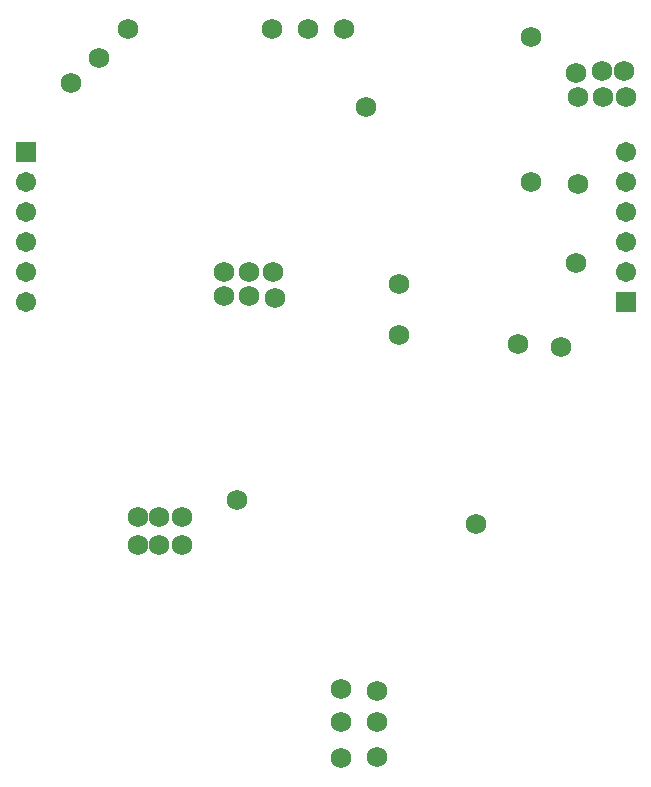
<source format=gbs>
%FSLAX25Y25*%
%MOIN*%
G70*
G01*
G75*
G04 Layer_Color=16711935*
%ADD10C,0.02000*%
%ADD11C,0.01000*%
%ADD12C,0.03000*%
%ADD13C,0.01500*%
%ADD14C,0.01200*%
%ADD15O,0.02756X0.01181*%
%ADD16R,0.02756X0.01181*%
%ADD17O,0.04724X0.01221*%
%ADD18R,0.04724X0.01221*%
%ADD19R,0.06693X0.13000*%
G04:AMPARAMS|DCode=20|XSize=66.93mil|YSize=130mil|CornerRadius=0mil|HoleSize=0mil|Usage=FLASHONLY|Rotation=180.000|XOffset=0mil|YOffset=0mil|HoleType=Round|Shape=Octagon|*
%AMOCTAGOND20*
4,1,8,0.01673,-0.06500,-0.01673,-0.06500,-0.03347,-0.04827,-0.03347,0.04827,-0.01673,0.06500,0.01673,0.06500,0.03347,0.04827,0.03347,-0.04827,0.01673,-0.06500,0.0*
%
%ADD20OCTAGOND20*%

G04:AMPARAMS|DCode=21|XSize=78.74mil|YSize=98.43mil|CornerRadius=0mil|HoleSize=0mil|Usage=FLASHONLY|Rotation=180.000|XOffset=0mil|YOffset=0mil|HoleType=Round|Shape=Octagon|*
%AMOCTAGOND21*
4,1,8,0.01969,-0.04921,-0.01969,-0.04921,-0.03937,-0.02953,-0.03937,0.02953,-0.01969,0.04921,0.01969,0.04921,0.03937,0.02953,0.03937,-0.02953,0.01969,-0.04921,0.0*
%
%ADD21OCTAGOND21*%

%ADD22R,0.07874X0.09843*%
%ADD23R,0.04331X0.05512*%
%ADD24R,0.10906X0.16732*%
%ADD25R,0.05906X0.05512*%
%ADD26R,0.06000X0.06000*%
%ADD27R,0.05500X0.03000*%
%ADD28O,0.05500X0.03000*%
%ADD29R,0.05512X0.05906*%
%ADD30R,0.04331X0.06693*%
%ADD31R,0.05512X0.02559*%
G04:AMPARAMS|DCode=32|XSize=55.12mil|YSize=25.59mil|CornerRadius=0mil|HoleSize=0mil|Usage=FLASHONLY|Rotation=180.000|XOffset=0mil|YOffset=0mil|HoleType=Round|Shape=Octagon|*
%AMOCTAGOND32*
4,1,8,-0.02756,0.00640,-0.02756,-0.00640,-0.02116,-0.01280,0.02116,-0.01280,0.02756,-0.00640,0.02756,0.00640,0.02116,0.01280,-0.02116,0.01280,-0.02756,0.00640,0.0*
%
%ADD32OCTAGOND32*%

%ADD33R,0.08661X0.12795*%
%ADD34O,0.08661X0.03937*%
%ADD35R,0.08661X0.03937*%
%ADD36R,0.16732X0.10906*%
%ADD37R,0.04331X0.10236*%
%ADD38R,0.05512X0.04331*%
%ADD39R,0.28740X0.10433*%
%ADD40R,0.06496X0.01969*%
%ADD41O,0.06496X0.01969*%
%ADD42C,0.02500*%
%ADD43C,0.05906*%
%ADD44R,0.05906X0.05906*%
%ADD45C,0.06000*%
%ADD46C,0.00787*%
%ADD47O,0.03556X0.01981*%
%ADD48R,0.03556X0.01981*%
%ADD49O,0.05524X0.02021*%
%ADD50R,0.05524X0.02021*%
%ADD51R,0.07493X0.13800*%
G04:AMPARAMS|DCode=52|XSize=74.93mil|YSize=138mil|CornerRadius=0mil|HoleSize=0mil|Usage=FLASHONLY|Rotation=180.000|XOffset=0mil|YOffset=0mil|HoleType=Round|Shape=Octagon|*
%AMOCTAGOND52*
4,1,8,0.01873,-0.06900,-0.01873,-0.06900,-0.03747,-0.05027,-0.03747,0.05027,-0.01873,0.06900,0.01873,0.06900,0.03747,0.05027,0.03747,-0.05027,0.01873,-0.06900,0.0*
%
%ADD52OCTAGOND52*%

G04:AMPARAMS|DCode=53|XSize=86.74mil|YSize=106.42mil|CornerRadius=0mil|HoleSize=0mil|Usage=FLASHONLY|Rotation=180.000|XOffset=0mil|YOffset=0mil|HoleType=Round|Shape=Octagon|*
%AMOCTAGOND53*
4,1,8,0.02169,-0.05321,-0.02169,-0.05321,-0.04337,-0.03153,-0.04337,0.03153,-0.02169,0.05321,0.02169,0.05321,0.04337,0.03153,0.04337,-0.03153,0.02169,-0.05321,0.0*
%
%ADD53OCTAGOND53*%

%ADD54R,0.08674X0.10642*%
%ADD55R,0.05131X0.06312*%
%ADD56R,0.11706X0.17532*%
%ADD57R,0.06706X0.06312*%
%ADD58R,0.06800X0.06800*%
%ADD59R,0.06300X0.03800*%
%ADD60O,0.06300X0.03800*%
%ADD61R,0.06312X0.06706*%
%ADD62R,0.05131X0.07493*%
%ADD63R,0.06312X0.03359*%
G04:AMPARAMS|DCode=64|XSize=63.12mil|YSize=33.59mil|CornerRadius=0mil|HoleSize=0mil|Usage=FLASHONLY|Rotation=180.000|XOffset=0mil|YOffset=0mil|HoleType=Round|Shape=Octagon|*
%AMOCTAGOND64*
4,1,8,-0.03156,0.00840,-0.03156,-0.00840,-0.02316,-0.01680,0.02316,-0.01680,0.03156,-0.00840,0.03156,0.00840,0.02316,0.01680,-0.02316,0.01680,-0.03156,0.00840,0.0*
%
%ADD64OCTAGOND64*%

%ADD65R,0.09461X0.13595*%
%ADD66O,0.09461X0.04737*%
%ADD67R,0.09461X0.04737*%
%ADD68R,0.17532X0.11706*%
%ADD69R,0.05131X0.11036*%
%ADD70R,0.06312X0.05131*%
%ADD71R,0.29540X0.11233*%
%ADD72R,0.07296X0.02769*%
%ADD73O,0.07296X0.02769*%
%ADD74C,0.06706*%
%ADD75R,0.06706X0.06706*%
%ADD76C,0.06800*%
D74*
X335000Y273500D02*
D03*
Y263500D02*
D03*
Y253500D02*
D03*
Y243500D02*
D03*
Y233500D02*
D03*
X135000Y223500D02*
D03*
Y233500D02*
D03*
Y243500D02*
D03*
Y253500D02*
D03*
Y263500D02*
D03*
D75*
X335000Y223500D02*
D03*
X135000Y273500D02*
D03*
D76*
X205500Y157500D02*
D03*
X285000Y149500D02*
D03*
X187000Y152000D02*
D03*
X179500D02*
D03*
X172500D02*
D03*
Y142500D02*
D03*
X179500D02*
D03*
X187000D02*
D03*
X335000Y292000D02*
D03*
X327500D02*
D03*
X334500Y300500D02*
D03*
X327000D02*
D03*
X318500Y300000D02*
D03*
X319000Y292000D02*
D03*
Y263000D02*
D03*
X201000Y233500D02*
D03*
Y225500D02*
D03*
X209500D02*
D03*
X217500Y233500D02*
D03*
X218000Y225000D02*
D03*
X209500Y233500D02*
D03*
X259500Y229500D02*
D03*
Y212500D02*
D03*
X241000Y314500D02*
D03*
X229000D02*
D03*
X217000D02*
D03*
X240000Y94500D02*
D03*
Y83500D02*
D03*
Y71500D02*
D03*
X252000Y72000D02*
D03*
Y83500D02*
D03*
Y94000D02*
D03*
X150000Y296500D02*
D03*
X159500Y305000D02*
D03*
X169000Y314500D02*
D03*
X248500Y288500D02*
D03*
X303500Y312000D02*
D03*
Y263500D02*
D03*
X299000Y209500D02*
D03*
X318500Y236500D02*
D03*
X313500Y208500D02*
D03*
M02*

</source>
